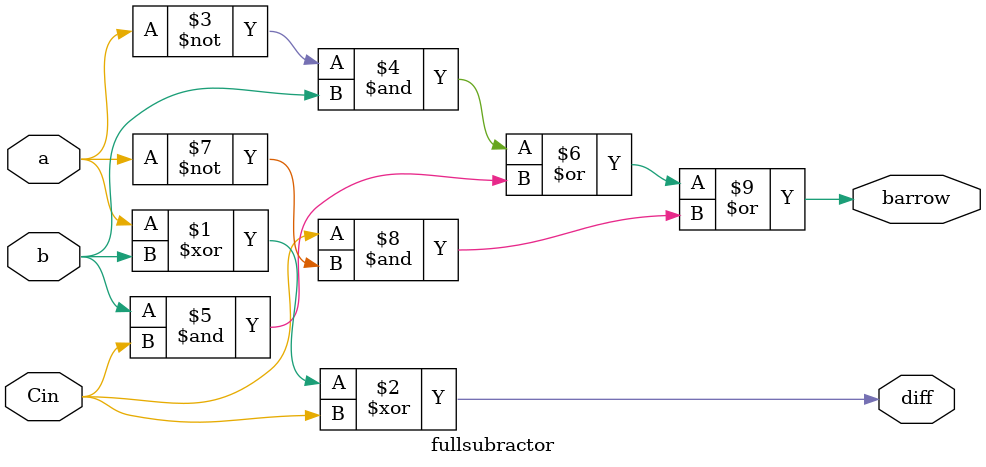
<source format=v>

module fullsubractor(a,b,Cin,diff,barrow);
input a,b,Cin;
output diff,barrow;
assign diff = a ^ b ^ Cin;
assign barrow = (~a & b) | (b & Cin) | (Cin & ~a); 
endmodule

</source>
